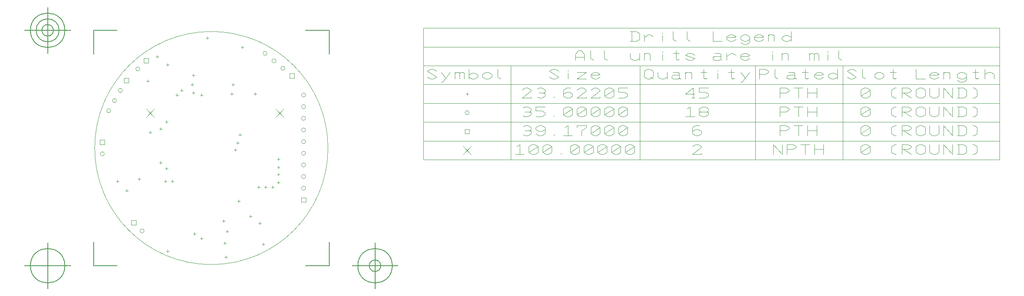
<source format=gbr>
G04 Generated by Ultiboard 13.0 *
%FSLAX25Y25*%
%MOIN*%

%ADD10C,0.00001*%
%ADD11C,0.00039*%
%ADD12C,0.00394*%
%ADD13C,0.00005*%
%ADD14C,0.00500*%


G04 ColorRGB 000000 for the following layer *
%LNDrill Symbols-Copper Top-Copper Bottom*%
%LPD*%
G54D11*
X116819Y217000D02*
X119181Y217000D01*
X118000Y215819D02*
X118000Y218181D01*
X117819Y225000D02*
X120181Y225000D01*
X119000Y223819D02*
X119000Y226181D01*
X170819Y209000D02*
X173181Y209000D01*
X172000Y207819D02*
X172000Y210181D01*
X60819Y126000D02*
X63181Y126000D01*
X62000Y124819D02*
X62000Y127181D01*
X89819Y150000D02*
X92181Y150000D01*
X91000Y148819D02*
X91000Y151181D01*
X93819Y134000D02*
X96181Y134000D01*
X95000Y132819D02*
X95000Y135181D01*
X80819Y176000D02*
X83181Y176000D01*
X82000Y174819D02*
X82000Y177181D01*
X52819Y134000D02*
X55181Y134000D01*
X54000Y132819D02*
X54000Y135181D01*
X151819Y217000D02*
X154181Y217000D01*
X153000Y215819D02*
X153000Y218181D01*
X86819Y241000D02*
X89181Y241000D01*
X88000Y239819D02*
X88000Y242181D01*
X117819Y210000D02*
X120181Y210000D01*
X119000Y208819D02*
X119000Y211181D01*
X107819Y212000D02*
X110181Y212000D01*
X109000Y210819D02*
X109000Y213181D01*
X103819Y208000D02*
X106181Y208000D01*
X105000Y206819D02*
X105000Y209181D01*
X94819Y185000D02*
X97181Y185000D01*
X96000Y183819D02*
X96000Y186181D01*
X89819Y179000D02*
X92181Y179000D01*
X91000Y177819D02*
X91000Y180181D01*
X156819Y117000D02*
X159181Y117000D01*
X158000Y115819D02*
X158000Y118181D01*
X146819Y91000D02*
X149181Y91000D01*
X148000Y89819D02*
X148000Y92181D01*
X145819Y69000D02*
X148181Y69000D01*
X147000Y67819D02*
X147000Y70181D01*
X177819Y80000D02*
X180181Y80000D01*
X179000Y78819D02*
X179000Y81181D01*
X174819Y98000D02*
X177181Y98000D01*
X176000Y96819D02*
X176000Y99181D01*
X144819Y81000D02*
X147181Y81000D01*
X146000Y79819D02*
X146000Y82181D01*
X118819Y89000D02*
X121181Y89000D01*
X120000Y87819D02*
X120000Y90181D01*
X166819Y104000D02*
X169181Y104000D01*
X168000Y102819D02*
X168000Y105181D01*
X124819Y85000D02*
X127181Y85000D01*
X126000Y83819D02*
X126000Y86181D01*
X143819Y100000D02*
X146181Y100000D01*
X145000Y98819D02*
X145000Y101181D01*
X95819Y74000D02*
X98181Y74000D01*
X97000Y72819D02*
X97000Y75181D01*
X157819Y174000D02*
X160181Y174000D01*
X159000Y172819D02*
X159000Y175181D01*
X155819Y167000D02*
X158181Y167000D01*
X157000Y165819D02*
X157000Y168181D01*
X150819Y209000D02*
X153181Y209000D01*
X152000Y207819D02*
X152000Y210181D01*
X153819Y161000D02*
X156181Y161000D01*
X155000Y159819D02*
X155000Y162181D01*
X129819Y257000D02*
X132181Y257000D01*
X131000Y255819D02*
X131000Y258181D01*
X159819Y249000D02*
X162181Y249000D01*
X161000Y247819D02*
X161000Y250181D01*
X124819Y208000D02*
X127181Y208000D01*
X126000Y206819D02*
X126000Y209181D01*
X95819Y234000D02*
X98181Y234000D01*
X97000Y232819D02*
X97000Y235181D01*
X78819Y220000D02*
X81181Y220000D01*
X80000Y218819D02*
X80000Y221181D01*
X190819Y153000D02*
X193181Y153000D01*
X192000Y151819D02*
X192000Y154181D01*
X190819Y146000D02*
X193181Y146000D01*
X192000Y144819D02*
X192000Y147181D01*
X190819Y140000D02*
X193181Y140000D01*
X192000Y138819D02*
X192000Y141181D01*
X190819Y133000D02*
X193181Y133000D01*
X192000Y131819D02*
X192000Y134181D01*
X185819Y129000D02*
X188181Y129000D01*
X187000Y127819D02*
X187000Y130181D01*
X179819Y129000D02*
X182181Y129000D01*
X181000Y127819D02*
X181000Y130181D01*
X173819Y129000D02*
X176181Y129000D01*
X175000Y127819D02*
X175000Y130181D01*
X99819Y134000D02*
X102181Y134000D01*
X101000Y132819D02*
X101000Y135181D01*
X94819Y145000D02*
X97181Y145000D01*
X96000Y143819D02*
X96000Y146181D01*
X71319Y136000D02*
X73681Y136000D01*
X72500Y134819D02*
X72500Y137181D01*
X39250Y157500D02*
G75*
D01*
G02X39250Y157500I1750J0*
G01*
X39042Y165542D02*
X42959Y165542D01*
X42959Y169459D01*
X39042Y169459D01*
X39042Y165542D01*
X44750Y194543D02*
G75*
D01*
G02X44750Y194543I1750J0*
G01*
X49750Y203203D02*
G75*
D01*
G02X49750Y203203I1750J0*
G01*
X59542Y218565D02*
X63459Y218565D01*
X63459Y222482D01*
X59542Y222482D01*
X59542Y218565D01*
X54750Y211863D02*
G75*
D01*
G02X54750Y211863I1750J0*
G01*
X76542Y235542D02*
X80459Y235542D01*
X80459Y239458D01*
X76542Y239458D01*
X76542Y235542D01*
X69679Y230429D02*
G75*
D01*
G02X69679Y230429I1750J0*
G01*
X66042Y96542D02*
X69959Y96542D01*
X69959Y100459D01*
X66042Y100459D01*
X66042Y96542D01*
X73321Y91429D02*
G75*
D01*
G02X73321Y91429I1750J0*
G01*
X186429Y237356D02*
G75*
D01*
G02X186429Y237356I1750J0*
G01*
X178769Y243784D02*
G75*
D01*
G02X178769Y243784I1750J0*
G01*
X201542Y222542D02*
X205459Y222542D01*
X205459Y226458D01*
X201542Y226458D01*
X201542Y222542D01*
X194090Y230928D02*
G75*
D01*
G02X194090Y230928I1750J0*
G01*
X211542Y116042D02*
X215458Y116042D01*
X215458Y119959D01*
X211542Y119959D01*
X211542Y116042D01*
X211750Y128000D02*
G75*
D01*
G02X211750Y128000I1750J0*
G01*
X211750Y138000D02*
G75*
D01*
G02X211750Y138000I1750J0*
G01*
X211750Y178000D02*
G75*
D01*
G02X211750Y178000I1750J0*
G01*
X211750Y148000D02*
G75*
D01*
G02X211750Y148000I1750J0*
G01*
X211750Y158000D02*
G75*
D01*
G02X211750Y158000I1750J0*
G01*
X211750Y168000D02*
G75*
D01*
G02X211750Y168000I1750J0*
G01*
X211750Y208000D02*
G75*
D01*
G02X211750Y208000I1750J0*
G01*
X211750Y198000D02*
G75*
D01*
G02X211750Y198000I1750J0*
G01*
X211750Y188000D02*
G75*
D01*
G02X211750Y188000I1750J0*
G01*
X351849Y174730D02*
X355766Y174730D01*
X355766Y178647D01*
X351849Y178647D01*
X351849Y174730D01*
X352057Y192831D02*
G75*
D01*
G02X352057Y192831I1750J0*
G01*
X353807Y207791D02*
X353807Y210154D01*
X352626Y208972D02*
X354988Y208972D01*
G54D12*
X78464Y188964D02*
X85536Y196036D01*
X78464Y196036D02*
X85536Y188964D01*
X189464Y188964D02*
X196536Y196036D01*
X189464Y196036D02*
X196536Y188964D01*
X350272Y157012D02*
X357343Y164083D01*
X350272Y164083D02*
X357343Y157012D01*
X396196Y163922D02*
X398820Y165609D01*
X398820Y157173D01*
X394883Y157173D02*
X402757Y157173D01*
X406694Y163922D02*
X409319Y165609D01*
X411944Y165609D01*
X414568Y163922D01*
X414568Y158860D01*
X411944Y157173D01*
X409319Y157173D01*
X406694Y158860D01*
X406694Y163922D01*
X414568Y163922D02*
X406694Y158860D01*
X418505Y163922D02*
X421130Y165609D01*
X423755Y165609D01*
X426379Y163922D01*
X426379Y158860D01*
X423755Y157173D01*
X421130Y157173D01*
X418505Y158860D01*
X418505Y163922D01*
X426379Y163922D02*
X418505Y158860D01*
X434253Y157173D02*
X434253Y158016D01*
X442127Y163922D02*
X444752Y165609D01*
X447377Y165609D01*
X450001Y163922D01*
X450001Y158860D01*
X447377Y157173D01*
X444752Y157173D01*
X442127Y158860D01*
X442127Y163922D01*
X450001Y163922D02*
X442127Y158860D01*
X453938Y163922D02*
X456563Y165609D01*
X459188Y165609D01*
X461812Y163922D01*
X461812Y158860D01*
X459188Y157173D01*
X456563Y157173D01*
X453938Y158860D01*
X453938Y163922D01*
X461812Y163922D02*
X453938Y158860D01*
X465749Y163922D02*
X468374Y165609D01*
X470999Y165609D01*
X473623Y163922D01*
X473623Y158860D01*
X470999Y157173D01*
X468374Y157173D01*
X465749Y158860D01*
X465749Y163922D01*
X473623Y163922D02*
X465749Y158860D01*
X477560Y163922D02*
X480185Y165609D01*
X482810Y165609D01*
X485434Y163922D01*
X485434Y158860D01*
X482810Y157173D01*
X480185Y157173D01*
X477560Y158860D01*
X477560Y163922D01*
X485434Y163922D02*
X477560Y158860D01*
X489371Y163922D02*
X491996Y165609D01*
X494621Y165609D01*
X497245Y163922D01*
X497245Y158860D01*
X494621Y157173D01*
X491996Y157173D01*
X489371Y158860D01*
X489371Y163922D01*
X497245Y163922D02*
X489371Y158860D01*
X546852Y163922D02*
X549476Y165609D01*
X552101Y165609D01*
X554726Y163922D01*
X554726Y163078D01*
X546852Y157173D01*
X554726Y157173D01*
X554726Y158016D01*
X616143Y157173D02*
X616143Y165609D01*
X624017Y157173D01*
X624017Y165609D01*
X627954Y157173D02*
X627954Y165609D01*
X633203Y165609D01*
X635828Y163922D01*
X635828Y163078D01*
X633203Y161391D01*
X627954Y161391D01*
X643702Y157173D02*
X643702Y165609D01*
X639765Y165609D02*
X647639Y165609D01*
X651576Y157173D02*
X651576Y165609D01*
X659450Y157173D02*
X659450Y165609D01*
X651576Y161391D02*
X659450Y161391D01*
X691340Y163922D02*
X693965Y165609D01*
X696589Y165609D01*
X699214Y163922D01*
X699214Y158860D01*
X696589Y157173D01*
X693965Y157173D01*
X691340Y158860D01*
X691340Y163922D01*
X699214Y163922D02*
X691340Y158860D01*
X721524Y157173D02*
X720211Y157173D01*
X717587Y158860D01*
X717587Y163922D01*
X720211Y165609D01*
X721524Y165609D01*
X726773Y157173D02*
X726773Y165609D01*
X732022Y165609D01*
X734647Y163922D01*
X734647Y163078D01*
X732022Y161391D01*
X726773Y161391D01*
X728085Y161391D02*
X734647Y157173D01*
X738584Y158860D02*
X741209Y157173D01*
X743833Y157173D01*
X746458Y158860D01*
X746458Y163922D01*
X743833Y165609D01*
X741209Y165609D01*
X738584Y163922D01*
X738584Y158860D01*
X750395Y165609D02*
X750395Y158860D01*
X753020Y157173D01*
X755644Y157173D01*
X758269Y158860D01*
X758269Y165609D01*
X762206Y157173D02*
X762206Y165609D01*
X770080Y157173D01*
X770080Y165609D01*
X774017Y157173D02*
X779266Y157173D01*
X781891Y158860D01*
X781891Y163922D01*
X779266Y165609D01*
X774017Y165609D01*
X775329Y165609D02*
X775329Y157173D01*
X787140Y165609D02*
X788453Y165609D01*
X791077Y163922D01*
X791077Y158860D01*
X788453Y157173D01*
X787140Y157173D01*
X402101Y180907D02*
X403413Y181751D01*
X406038Y181751D01*
X408663Y180064D01*
X408663Y178376D01*
X407350Y177533D01*
X408663Y176689D01*
X408663Y175002D01*
X406038Y173314D01*
X403413Y173314D01*
X402101Y174158D01*
X403413Y177533D02*
X407350Y177533D01*
X412600Y175002D02*
X415224Y173314D01*
X417849Y173314D01*
X420474Y175002D01*
X420474Y178376D01*
X420474Y180064D01*
X417849Y181751D01*
X415224Y181751D01*
X412600Y180064D01*
X412600Y178376D01*
X415224Y176689D01*
X417849Y176689D01*
X420474Y178376D01*
X428348Y173314D02*
X428348Y174158D01*
X437534Y180064D02*
X440159Y181751D01*
X440159Y173314D01*
X436222Y173314D02*
X444096Y173314D01*
X451970Y173314D02*
X451970Y177533D01*
X455907Y180064D01*
X455907Y181751D01*
X448033Y181751D01*
X448033Y180064D01*
X459844Y180064D02*
X462469Y181751D01*
X465093Y181751D01*
X467718Y180064D01*
X467718Y175002D01*
X465093Y173314D01*
X462469Y173314D01*
X459844Y175002D01*
X459844Y180064D01*
X467718Y180064D02*
X459844Y175002D01*
X471655Y180064D02*
X474280Y181751D01*
X476904Y181751D01*
X479529Y180064D01*
X479529Y175002D01*
X476904Y173314D01*
X474280Y173314D01*
X471655Y175002D01*
X471655Y180064D01*
X479529Y180064D02*
X471655Y175002D01*
X483466Y180064D02*
X486091Y181751D01*
X488715Y181751D01*
X491340Y180064D01*
X491340Y175002D01*
X488715Y173314D01*
X486091Y173314D01*
X483466Y175002D01*
X483466Y180064D01*
X491340Y180064D02*
X483466Y175002D01*
X553413Y181751D02*
X549476Y181751D01*
X546852Y180064D01*
X546852Y176689D01*
X546852Y175002D01*
X549476Y173314D01*
X552101Y173314D01*
X554726Y175002D01*
X554726Y176689D01*
X552101Y178376D01*
X549476Y178376D01*
X546852Y176689D01*
X622049Y173314D02*
X622049Y181751D01*
X627298Y181751D01*
X629923Y180064D01*
X629923Y179220D01*
X627298Y177533D01*
X622049Y177533D01*
X637797Y173314D02*
X637797Y181751D01*
X633860Y181751D02*
X641734Y181751D01*
X645671Y173314D02*
X645671Y181751D01*
X653545Y173314D02*
X653545Y181751D01*
X645671Y177533D02*
X653545Y177533D01*
X691340Y180064D02*
X693965Y181751D01*
X696589Y181751D01*
X699214Y180064D01*
X699214Y175002D01*
X696589Y173314D01*
X693965Y173314D01*
X691340Y175002D01*
X691340Y180064D01*
X699214Y180064D02*
X691340Y175002D01*
X721524Y173314D02*
X720211Y173314D01*
X717587Y175002D01*
X717587Y180064D01*
X720211Y181751D01*
X721524Y181751D01*
X726773Y173314D02*
X726773Y181751D01*
X732022Y181751D01*
X734647Y180064D01*
X734647Y179220D01*
X732022Y177533D01*
X726773Y177533D01*
X728085Y177533D02*
X734647Y173314D01*
X738584Y175002D02*
X741209Y173314D01*
X743833Y173314D01*
X746458Y175002D01*
X746458Y180064D01*
X743833Y181751D01*
X741209Y181751D01*
X738584Y180064D01*
X738584Y175002D01*
X750395Y181751D02*
X750395Y175002D01*
X753020Y173314D01*
X755644Y173314D01*
X758269Y175002D01*
X758269Y181751D01*
X762206Y173314D02*
X762206Y181751D01*
X770080Y173314D01*
X770080Y181751D01*
X774017Y173314D02*
X779266Y173314D01*
X781891Y175002D01*
X781891Y180064D01*
X779266Y181751D01*
X774017Y181751D01*
X775329Y181751D02*
X775329Y173314D01*
X787140Y181751D02*
X788453Y181751D01*
X791077Y180064D01*
X791077Y175002D01*
X788453Y173314D01*
X787140Y173314D01*
X402101Y197049D02*
X403413Y197893D01*
X406038Y197893D01*
X408663Y196205D01*
X408663Y194518D01*
X407350Y193674D01*
X408663Y192831D01*
X408663Y191143D01*
X406038Y189456D01*
X403413Y189456D01*
X402101Y190300D01*
X403413Y193674D02*
X407350Y193674D01*
X420474Y197893D02*
X412600Y197893D01*
X412600Y194518D01*
X417849Y194518D01*
X420474Y192831D01*
X420474Y191143D01*
X417849Y189456D01*
X412600Y189456D01*
X428348Y189456D02*
X428348Y190300D01*
X436222Y196205D02*
X438846Y197893D01*
X441471Y197893D01*
X444096Y196205D01*
X444096Y191143D01*
X441471Y189456D01*
X438846Y189456D01*
X436222Y191143D01*
X436222Y196205D01*
X444096Y196205D02*
X436222Y191143D01*
X448033Y196205D02*
X450657Y197893D01*
X453282Y197893D01*
X455907Y196205D01*
X455907Y191143D01*
X453282Y189456D01*
X450657Y189456D01*
X448033Y191143D01*
X448033Y196205D01*
X455907Y196205D02*
X448033Y191143D01*
X459844Y196205D02*
X462469Y197893D01*
X465093Y197893D01*
X467718Y196205D01*
X467718Y191143D01*
X465093Y189456D01*
X462469Y189456D01*
X459844Y191143D01*
X459844Y196205D01*
X467718Y196205D02*
X459844Y191143D01*
X471655Y196205D02*
X474280Y197893D01*
X476904Y197893D01*
X479529Y196205D01*
X479529Y191143D01*
X476904Y189456D01*
X474280Y189456D01*
X471655Y191143D01*
X471655Y196205D01*
X479529Y196205D02*
X471655Y191143D01*
X483466Y196205D02*
X486091Y197893D01*
X488715Y197893D01*
X491340Y196205D01*
X491340Y191143D01*
X488715Y189456D01*
X486091Y189456D01*
X483466Y191143D01*
X483466Y196205D01*
X491340Y196205D02*
X483466Y191143D01*
X542259Y196205D02*
X544883Y197893D01*
X544883Y189456D01*
X540946Y189456D02*
X548820Y189456D01*
X558007Y189456D02*
X555382Y189456D01*
X552757Y191143D01*
X552757Y192831D01*
X554070Y193674D01*
X552757Y194518D01*
X552757Y196205D01*
X555382Y197893D01*
X558007Y197893D01*
X560631Y196205D01*
X560631Y194518D01*
X559319Y193674D01*
X560631Y192831D01*
X560631Y191143D01*
X558007Y189456D01*
X554070Y193674D02*
X559319Y193674D01*
X622049Y189456D02*
X622049Y197893D01*
X627298Y197893D01*
X629923Y196205D01*
X629923Y195362D01*
X627298Y193674D01*
X622049Y193674D01*
X637797Y189456D02*
X637797Y197893D01*
X633860Y197893D02*
X641734Y197893D01*
X645671Y189456D02*
X645671Y197893D01*
X653545Y189456D02*
X653545Y197893D01*
X645671Y193674D02*
X653545Y193674D01*
X691340Y196205D02*
X693965Y197893D01*
X696589Y197893D01*
X699214Y196205D01*
X699214Y191143D01*
X696589Y189456D01*
X693965Y189456D01*
X691340Y191143D01*
X691340Y196205D01*
X699214Y196205D02*
X691340Y191143D01*
X721524Y189456D02*
X720211Y189456D01*
X717587Y191143D01*
X717587Y196205D01*
X720211Y197893D01*
X721524Y197893D01*
X726773Y189456D02*
X726773Y197893D01*
X732022Y197893D01*
X734647Y196205D01*
X734647Y195362D01*
X732022Y193674D01*
X726773Y193674D01*
X728085Y193674D02*
X734647Y189456D01*
X738584Y191143D02*
X741209Y189456D01*
X743833Y189456D01*
X746458Y191143D01*
X746458Y196205D01*
X743833Y197893D01*
X741209Y197893D01*
X738584Y196205D01*
X738584Y191143D01*
X750395Y197893D02*
X750395Y191143D01*
X753020Y189456D01*
X755644Y189456D01*
X758269Y191143D01*
X758269Y197893D01*
X762206Y189456D02*
X762206Y197893D01*
X770080Y189456D01*
X770080Y197893D01*
X774017Y189456D02*
X779266Y189456D01*
X781891Y191143D01*
X781891Y196205D01*
X779266Y197893D01*
X774017Y197893D01*
X775329Y197893D02*
X775329Y189456D01*
X787140Y197893D02*
X788453Y197893D01*
X791077Y196205D01*
X791077Y191143D01*
X788453Y189456D01*
X787140Y189456D01*
X400789Y212347D02*
X403413Y214034D01*
X406038Y214034D01*
X408663Y212347D01*
X408663Y211503D01*
X400789Y205598D01*
X408663Y205598D01*
X408663Y206442D01*
X413912Y213191D02*
X415224Y214034D01*
X417849Y214034D01*
X420474Y212347D01*
X420474Y210660D01*
X419161Y209816D01*
X420474Y208972D01*
X420474Y207285D01*
X417849Y205598D01*
X415224Y205598D01*
X413912Y206442D01*
X415224Y209816D02*
X419161Y209816D01*
X428348Y205598D02*
X428348Y206442D01*
X442783Y214034D02*
X438846Y214034D01*
X436222Y212347D01*
X436222Y208972D01*
X436222Y207285D01*
X438846Y205598D01*
X441471Y205598D01*
X444096Y207285D01*
X444096Y208972D01*
X441471Y210660D01*
X438846Y210660D01*
X436222Y208972D01*
X448033Y212347D02*
X450657Y214034D01*
X453282Y214034D01*
X455907Y212347D01*
X455907Y211503D01*
X448033Y205598D01*
X455907Y205598D01*
X455907Y206442D01*
X459844Y212347D02*
X462469Y214034D01*
X465093Y214034D01*
X467718Y212347D01*
X467718Y211503D01*
X459844Y205598D01*
X467718Y205598D01*
X467718Y206442D01*
X471655Y212347D02*
X474280Y214034D01*
X476904Y214034D01*
X479529Y212347D01*
X479529Y207285D01*
X476904Y205598D01*
X474280Y205598D01*
X471655Y207285D01*
X471655Y212347D01*
X479529Y212347D02*
X471655Y207285D01*
X491340Y214034D02*
X483466Y214034D01*
X483466Y210660D01*
X488715Y210660D01*
X491340Y208972D01*
X491340Y207285D01*
X488715Y205598D01*
X483466Y205598D01*
X548820Y208972D02*
X540946Y208972D01*
X547508Y214034D01*
X547508Y205598D01*
X546196Y205598D02*
X548820Y205598D01*
X560631Y214034D02*
X552757Y214034D01*
X552757Y210660D01*
X558007Y210660D01*
X560631Y208972D01*
X560631Y207285D01*
X558007Y205598D01*
X552757Y205598D01*
X622049Y205598D02*
X622049Y214034D01*
X627298Y214034D01*
X629923Y212347D01*
X629923Y211503D01*
X627298Y209816D01*
X622049Y209816D01*
X637797Y205598D02*
X637797Y214034D01*
X633860Y214034D02*
X641734Y214034D01*
X645671Y205598D02*
X645671Y214034D01*
X653545Y205598D02*
X653545Y214034D01*
X645671Y209816D02*
X653545Y209816D01*
X691340Y212347D02*
X693965Y214034D01*
X696589Y214034D01*
X699214Y212347D01*
X699214Y207285D01*
X696589Y205598D01*
X693965Y205598D01*
X691340Y207285D01*
X691340Y212347D01*
X699214Y212347D02*
X691340Y207285D01*
X721524Y205598D02*
X720211Y205598D01*
X717587Y207285D01*
X717587Y212347D01*
X720211Y214034D01*
X721524Y214034D01*
X726773Y205598D02*
X726773Y214034D01*
X732022Y214034D01*
X734647Y212347D01*
X734647Y211503D01*
X732022Y209816D01*
X726773Y209816D01*
X728085Y209816D02*
X734647Y205598D01*
X738584Y207285D02*
X741209Y205598D01*
X743833Y205598D01*
X746458Y207285D01*
X746458Y212347D01*
X743833Y214034D01*
X741209Y214034D01*
X738584Y212347D01*
X738584Y207285D01*
X750395Y214034D02*
X750395Y207285D01*
X753020Y205598D01*
X755644Y205598D01*
X758269Y207285D01*
X758269Y214034D01*
X762206Y205598D02*
X762206Y214034D01*
X770080Y205598D01*
X770080Y214034D01*
X774017Y205598D02*
X779266Y205598D01*
X781891Y207285D01*
X781891Y212347D01*
X779266Y214034D01*
X774017Y214034D01*
X775329Y214034D02*
X775329Y205598D01*
X787140Y214034D02*
X788453Y214034D01*
X791077Y212347D01*
X791077Y207285D01*
X788453Y205598D01*
X787140Y205598D01*
G04 ColorRGB 00FFFF for the following layer *
%LNBoard Outline*%
%LPD*%
G54D10*
G54D13*
X34500Y162500D02*
G75*
D01*
G02X34500Y162500I100000J0*
G01*
G54D14*
X33500Y61500D02*
X33500Y81700D01*
X33500Y61500D02*
X53700Y61500D01*
X235500Y61500D02*
X215300Y61500D01*
X235500Y61500D02*
X235500Y81700D01*
X235500Y263500D02*
X235500Y243300D01*
X235500Y263500D02*
X215300Y263500D01*
X33500Y263500D02*
X53700Y263500D01*
X33500Y263500D02*
X33500Y243300D01*
X13815Y61500D02*
X-25555Y61500D01*
X-5870Y41815D02*
X-5870Y81185D01*
X-20634Y61500D02*
G75*
D01*
G02X-20634Y61500I14764J0*
G01*
X255185Y61500D02*
X294555Y61500D01*
X274870Y41815D02*
X274870Y81185D01*
X260106Y61500D02*
G75*
D01*
G02X260106Y61500I14764J0*
G01*
X269949Y61500D02*
G75*
D01*
G02X269949Y61500I4921J0*
G01*
X13815Y263500D02*
X-25555Y263500D01*
X-5870Y243815D02*
X-5870Y283185D01*
X-20634Y263500D02*
G75*
D01*
G02X-20634Y263500I14764J0*
G01*
X-15713Y263500D02*
G75*
D01*
G02X-15713Y263500I9843J0*
G01*
X-10791Y263500D02*
G75*
D01*
G02X-10791Y263500I4921J0*
G01*
G04 ColorRGB 66FFCC for the following layer *
%LNLegend Description*%
%LPD*%
G54D12*
X316209Y152476D02*
X810303Y152476D01*
X810303Y265469D01*
X316209Y265469D01*
X316209Y152476D01*
X391406Y233185D02*
X391406Y152476D01*
X502035Y233185D02*
X502035Y152476D01*
X600854Y233185D02*
X600854Y152476D01*
X676051Y233185D02*
X676051Y152476D01*
X810303Y233185D02*
X810303Y152476D01*
X316209Y168618D02*
X810303Y168618D01*
X316209Y184760D02*
X810303Y184760D01*
X316209Y200902D02*
X810303Y200902D01*
X319686Y223427D02*
X322311Y221740D01*
X324936Y221740D01*
X327560Y223427D01*
X319686Y228489D01*
X322311Y230176D01*
X324936Y230176D01*
X327560Y228489D01*
X331497Y219209D02*
X332810Y219209D01*
X339371Y227645D01*
X331497Y227645D02*
X335434Y222583D01*
X343308Y221740D02*
X343308Y226801D01*
X343308Y227645D01*
X343308Y226801D02*
X344621Y227645D01*
X345933Y227645D01*
X347245Y226801D01*
X348558Y227645D01*
X349870Y227645D01*
X351182Y226801D01*
X351182Y221740D01*
X347245Y226801D02*
X347245Y221740D01*
X355119Y223427D02*
X357744Y221740D01*
X360369Y221740D01*
X362993Y223427D01*
X362993Y225114D01*
X360369Y226801D01*
X357744Y226801D01*
X355119Y225114D01*
X355119Y230176D02*
X355119Y221740D01*
X366930Y223427D02*
X369555Y221740D01*
X372180Y221740D01*
X374804Y223427D01*
X374804Y225958D01*
X372180Y227645D01*
X369555Y227645D01*
X366930Y225958D01*
X366930Y223427D01*
X380054Y230176D02*
X380054Y223427D01*
X382678Y221740D01*
X316209Y217043D02*
X810303Y217043D01*
X424411Y223427D02*
X427035Y221740D01*
X429660Y221740D01*
X432285Y223427D01*
X424411Y228489D01*
X427035Y230176D01*
X429660Y230176D01*
X432285Y228489D01*
X440159Y221740D02*
X440159Y226801D01*
X440159Y228489D02*
X440159Y229332D01*
X448033Y227645D02*
X455907Y227645D01*
X448033Y221740D01*
X455907Y221740D01*
X467718Y223427D02*
X465093Y221740D01*
X462469Y221740D01*
X459844Y223427D01*
X459844Y225958D01*
X462469Y227645D01*
X465093Y227645D01*
X467718Y225958D01*
X466406Y225114D01*
X459844Y225114D01*
X505513Y223427D02*
X508138Y221740D01*
X510762Y221740D01*
X513387Y223427D01*
X513387Y228489D01*
X510762Y230176D01*
X508138Y230176D01*
X505513Y228489D01*
X505513Y223427D01*
X510762Y223427D02*
X513387Y221740D01*
X517324Y227645D02*
X517324Y223427D01*
X519949Y221740D01*
X522573Y221740D01*
X525198Y223427D01*
X525198Y227645D01*
X525198Y223427D02*
X525198Y221740D01*
X530448Y227645D02*
X534385Y227645D01*
X535697Y226801D01*
X535697Y222583D01*
X534385Y221740D01*
X530448Y221740D01*
X529135Y222583D01*
X529135Y224271D01*
X530448Y225114D01*
X535697Y225114D01*
X535697Y222583D02*
X537009Y221740D01*
X540946Y221740D02*
X540946Y226801D01*
X540946Y227645D01*
X540946Y226801D02*
X542259Y227645D01*
X544883Y227645D01*
X546196Y226801D01*
X546196Y221740D01*
X559319Y222583D02*
X558007Y221740D01*
X556694Y222583D01*
X556694Y230176D01*
X554070Y227645D02*
X559319Y227645D01*
X568505Y221740D02*
X568505Y226801D01*
X568505Y228489D02*
X568505Y229332D01*
X582941Y222583D02*
X581629Y221740D01*
X580316Y222583D01*
X580316Y230176D01*
X577692Y227645D02*
X582941Y227645D01*
X588190Y219209D02*
X589503Y219209D01*
X596064Y227645D01*
X588190Y227645D02*
X592127Y222583D01*
X604332Y221740D02*
X604332Y230176D01*
X609581Y230176D01*
X612206Y228489D01*
X612206Y227645D01*
X609581Y225958D01*
X604332Y225958D01*
X617455Y230176D02*
X617455Y223427D01*
X620080Y221740D01*
X629266Y227645D02*
X633203Y227645D01*
X634516Y226801D01*
X634516Y222583D01*
X633203Y221740D01*
X629266Y221740D01*
X627954Y222583D01*
X627954Y224271D01*
X629266Y225114D01*
X634516Y225114D01*
X634516Y222583D02*
X635828Y221740D01*
X646327Y222583D02*
X645014Y221740D01*
X643702Y222583D01*
X643702Y230176D01*
X641077Y227645D02*
X646327Y227645D01*
X659450Y223427D02*
X656825Y221740D01*
X654201Y221740D01*
X651576Y223427D01*
X651576Y225958D01*
X654201Y227645D01*
X656825Y227645D01*
X659450Y225958D01*
X658138Y225114D01*
X651576Y225114D01*
X671261Y223427D02*
X668636Y221740D01*
X666012Y221740D01*
X663387Y223427D01*
X663387Y225114D01*
X666012Y226801D01*
X668636Y226801D01*
X671261Y225114D01*
X671261Y230176D02*
X671261Y221740D01*
X679529Y223427D02*
X682154Y221740D01*
X684778Y221740D01*
X687403Y223427D01*
X679529Y228489D01*
X682154Y230176D01*
X684778Y230176D01*
X687403Y228489D01*
X692652Y230176D02*
X692652Y223427D01*
X695277Y221740D01*
X703151Y223427D02*
X705776Y221740D01*
X708400Y221740D01*
X711025Y223427D01*
X711025Y225958D01*
X708400Y227645D01*
X705776Y227645D01*
X703151Y225958D01*
X703151Y223427D01*
X721524Y222583D02*
X720211Y221740D01*
X718899Y222583D01*
X718899Y230176D01*
X716274Y227645D02*
X721524Y227645D01*
X738584Y230176D02*
X738584Y221740D01*
X746458Y221740D01*
X758269Y223427D02*
X755644Y221740D01*
X753020Y221740D01*
X750395Y223427D01*
X750395Y225958D01*
X753020Y227645D01*
X755644Y227645D01*
X758269Y225958D01*
X756957Y225114D01*
X750395Y225114D01*
X762206Y221740D02*
X762206Y226801D01*
X762206Y227645D01*
X762206Y226801D02*
X763518Y227645D01*
X766143Y227645D01*
X767455Y226801D01*
X767455Y221740D01*
X774017Y220896D02*
X776642Y219209D01*
X779266Y219209D01*
X781891Y220896D01*
X781891Y223427D01*
X781891Y225958D01*
X779266Y227645D01*
X776642Y227645D01*
X774017Y225958D01*
X774017Y223427D01*
X776642Y221740D01*
X779266Y221740D01*
X781891Y223427D01*
X792390Y222583D02*
X791077Y221740D01*
X789765Y222583D01*
X789765Y230176D01*
X787140Y227645D02*
X792390Y227645D01*
X797639Y225958D02*
X800264Y227645D01*
X802888Y227645D01*
X805513Y225958D01*
X805513Y221740D01*
X797639Y230176D02*
X797639Y221740D01*
X316209Y233185D02*
X810303Y233185D01*
X446458Y237881D02*
X446458Y242943D01*
X449083Y246318D01*
X451707Y246318D01*
X454332Y242943D01*
X454332Y237881D01*
X446458Y240412D02*
X454332Y240412D01*
X459581Y246318D02*
X459581Y239569D01*
X462206Y237881D01*
X471392Y246318D02*
X471392Y239569D01*
X474017Y237881D01*
X493702Y243787D02*
X493702Y239569D01*
X496327Y237881D01*
X498951Y237881D01*
X501576Y239569D01*
X501576Y243787D01*
X501576Y239569D02*
X501576Y237881D01*
X505513Y237881D02*
X505513Y242943D01*
X505513Y243787D01*
X505513Y242943D02*
X506825Y243787D01*
X509450Y243787D01*
X510762Y242943D01*
X510762Y237881D01*
X521261Y237881D02*
X521261Y242943D01*
X521261Y244630D02*
X521261Y245474D01*
X535697Y238725D02*
X534385Y237881D01*
X533072Y238725D01*
X533072Y246318D01*
X530448Y243787D02*
X535697Y243787D01*
X540946Y239569D02*
X543571Y237881D01*
X546196Y237881D01*
X548820Y239569D01*
X540946Y242100D01*
X543571Y243787D01*
X546196Y243787D01*
X548820Y242100D01*
X565881Y243787D02*
X569818Y243787D01*
X571130Y242943D01*
X571130Y238725D01*
X569818Y237881D01*
X565881Y237881D01*
X564568Y238725D01*
X564568Y240412D01*
X565881Y241256D01*
X571130Y241256D01*
X571130Y238725D02*
X572442Y237881D01*
X576379Y241256D02*
X580316Y243787D01*
X581629Y243787D01*
X584253Y242100D01*
X576379Y237881D02*
X576379Y243787D01*
X596064Y239569D02*
X593440Y237881D01*
X590815Y237881D01*
X588190Y239569D01*
X588190Y242100D01*
X590815Y243787D01*
X593440Y243787D01*
X596064Y242100D01*
X594752Y241256D01*
X588190Y241256D01*
X615749Y237881D02*
X615749Y242943D01*
X615749Y244630D02*
X615749Y245474D01*
X623623Y237881D02*
X623623Y242943D01*
X623623Y243787D01*
X623623Y242943D02*
X624936Y243787D01*
X627560Y243787D01*
X628873Y242943D01*
X628873Y237881D01*
X647245Y237881D02*
X647245Y242943D01*
X647245Y243787D01*
X647245Y242943D02*
X648558Y243787D01*
X649870Y243787D01*
X651182Y242943D01*
X652495Y243787D01*
X653807Y243787D01*
X655119Y242943D01*
X655119Y237881D01*
X651182Y242943D02*
X651182Y237881D01*
X662993Y237881D02*
X662993Y242943D01*
X662993Y244630D02*
X662993Y245474D01*
X672180Y246318D02*
X672180Y239569D01*
X674804Y237881D01*
X316209Y249327D02*
X810303Y249327D01*
X493702Y254023D02*
X498951Y254023D01*
X501576Y255710D01*
X501576Y260772D01*
X498951Y262460D01*
X493702Y262460D01*
X495014Y262460D02*
X495014Y254023D01*
X505513Y257398D02*
X509450Y259929D01*
X510762Y259929D01*
X513387Y258241D01*
X505513Y254023D02*
X505513Y259929D01*
X521261Y254023D02*
X521261Y259085D01*
X521261Y260772D02*
X521261Y261616D01*
X530448Y262460D02*
X530448Y255710D01*
X533072Y254023D01*
X542259Y262460D02*
X542259Y255710D01*
X544883Y254023D01*
X564568Y262460D02*
X564568Y254023D01*
X572442Y254023D01*
X584253Y255710D02*
X581629Y254023D01*
X579004Y254023D01*
X576379Y255710D01*
X576379Y258241D01*
X579004Y259929D01*
X581629Y259929D01*
X584253Y258241D01*
X582941Y257398D01*
X576379Y257398D01*
X588190Y253179D02*
X590815Y251492D01*
X593440Y251492D01*
X596064Y253179D01*
X596064Y255710D01*
X596064Y258241D01*
X593440Y259929D01*
X590815Y259929D01*
X588190Y258241D01*
X588190Y255710D01*
X590815Y254023D01*
X593440Y254023D01*
X596064Y255710D01*
X607875Y255710D02*
X605251Y254023D01*
X602626Y254023D01*
X600001Y255710D01*
X600001Y258241D01*
X602626Y259929D01*
X605251Y259929D01*
X607875Y258241D01*
X606563Y257398D01*
X600001Y257398D01*
X611812Y254023D02*
X611812Y259085D01*
X611812Y259929D01*
X611812Y259085D02*
X613125Y259929D01*
X615749Y259929D01*
X617062Y259085D01*
X617062Y254023D01*
X631497Y255710D02*
X628873Y254023D01*
X626248Y254023D01*
X623623Y255710D01*
X623623Y257398D01*
X626248Y259085D01*
X628873Y259085D01*
X631497Y257398D01*
X631497Y262460D02*
X631497Y254023D01*

M02*

</source>
